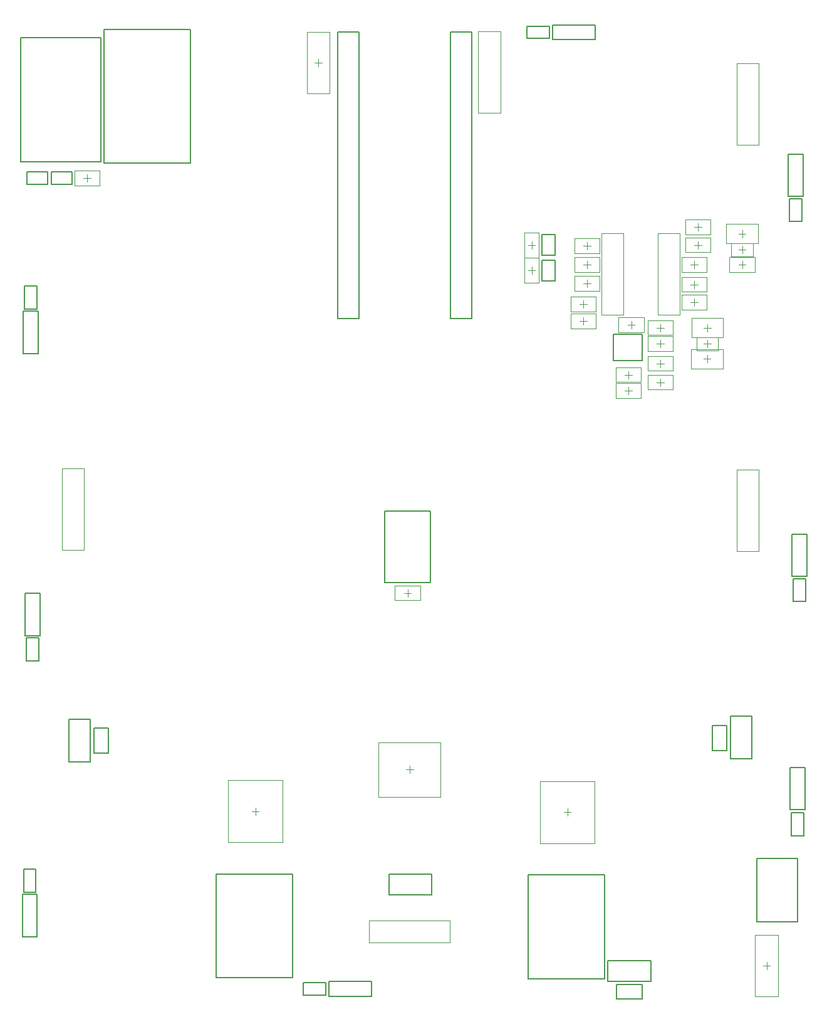
<source format=gbr>
G04*
G04 #@! TF.GenerationSoftware,Altium Limited,Altium Designer,22.4.2 (48)*
G04*
G04 Layer_Color=32768*
%FSLAX24Y24*%
%MOIN*%
G70*
G04*
G04 #@! TF.SameCoordinates,ED83B53D-03BE-4A71-8F10-75A6417481AF*
G04*
G04*
G04 #@! TF.FilePolarity,Positive*
G04*
G01*
G75*
%ADD13C,0.0079*%
%ADD68C,0.0039*%
%ADD69C,0.0020*%
D13*
X39822Y59906D02*
Y60694D01*
X37578D02*
X39822D01*
X37578Y59906D02*
Y60694D01*
Y59906D02*
X39822D01*
X37410Y59975D02*
Y60625D01*
X36190D02*
X37410D01*
X36190Y59975D02*
Y60625D01*
Y59975D02*
X37410D01*
X26135Y45086D02*
X27265D01*
Y60314D01*
X26135D02*
X27265D01*
X26135Y45086D02*
Y60314D01*
X32135Y45086D02*
X33265D01*
Y60314D01*
X32135D02*
X33265D01*
X32135Y45086D02*
Y60314D01*
X9475Y45590D02*
X10125D01*
Y46810D01*
X9475D02*
X10125D01*
X9475Y45590D02*
Y46810D01*
X9425Y14590D02*
X10075D01*
Y15810D01*
X9425D02*
X10075D01*
X9425Y14590D02*
Y15810D01*
X50375Y31260D02*
X51025D01*
X50375Y30040D02*
Y31260D01*
Y30040D02*
X51025D01*
Y31260D01*
X50275Y18810D02*
X50925D01*
X50275Y17590D02*
Y18810D01*
Y17590D02*
X50925D01*
Y18810D01*
X50175Y51460D02*
X50825D01*
X50175Y50240D02*
Y51460D01*
Y50240D02*
X50825D01*
Y51460D01*
X9575Y28110D02*
X10225D01*
X9575Y26890D02*
Y28110D01*
Y26890D02*
X10225D01*
Y28110D01*
X25510Y9125D02*
Y9775D01*
X24290D02*
X25510D01*
X24290Y9125D02*
Y9775D01*
Y9125D02*
X25510D01*
X50306Y33622D02*
X51094D01*
X50306Y31378D02*
Y33622D01*
Y31378D02*
X51094D01*
Y33622D01*
X27922Y9056D02*
Y9844D01*
X25678D02*
X27922D01*
X25678Y9056D02*
Y9844D01*
Y9056D02*
X27922D01*
X50206Y21222D02*
X50994D01*
X50206Y18978D02*
Y21222D01*
Y18978D02*
X50994D01*
Y21222D01*
X50106Y53822D02*
X50894D01*
X50106Y51578D02*
Y53822D01*
Y51578D02*
X50894D01*
Y53822D01*
X9406Y43228D02*
X10194D01*
Y45472D01*
X9406D02*
X10194D01*
X9406Y43228D02*
Y45472D01*
X9506Y30472D02*
X10294D01*
X9506Y28228D02*
Y30472D01*
Y28228D02*
X10294D01*
Y30472D01*
X9356Y12228D02*
X10144D01*
Y14472D01*
X9356D02*
X10144D01*
X9356Y12228D02*
Y14472D01*
X48426Y13036D02*
X50592D01*
Y16383D01*
X48426D02*
X50592D01*
X48426Y13036D02*
Y16383D01*
X37015Y47099D02*
X37685D01*
Y48201D01*
X37015D02*
X37685D01*
X37015Y47099D02*
Y48201D01*
Y48449D02*
X37685D01*
Y49551D01*
X37015D02*
X37685D01*
X37015Y48449D02*
Y49551D01*
X40794Y42851D02*
Y44249D01*
Y42851D02*
X42330D01*
Y44249D01*
X40794D02*
X42330D01*
X9254Y53423D02*
Y60037D01*
Y53423D02*
X13546D01*
Y60037D01*
X9254D02*
X13546D01*
X13711Y53361D02*
Y60439D01*
Y53361D02*
X18289D01*
Y60439D01*
X13711D02*
X18289D01*
X12001Y52215D02*
Y52885D01*
X10899D02*
X12001D01*
X10899Y52215D02*
Y52885D01*
Y52215D02*
X12001D01*
X10701D02*
Y52885D01*
X9599D02*
X10701D01*
X9599Y52215D02*
Y52885D01*
Y52215D02*
X10701D01*
X28630Y31041D02*
X31070D01*
Y34859D01*
X28630D02*
X31070D01*
X28630Y31041D02*
Y34859D01*
X19661Y10046D02*
Y15564D01*
Y10046D02*
X23739D01*
Y15564D01*
X19661D02*
X23739D01*
X36261Y9996D02*
Y15514D01*
Y9996D02*
X40339D01*
Y15514D01*
X36261D02*
X40339D01*
X31138Y14441D02*
Y15559D01*
X28862D02*
X31138D01*
X28862Y14441D02*
Y15559D01*
Y14441D02*
X31138D01*
X47036Y23968D02*
X48154D01*
X47036Y21692D02*
Y23968D01*
Y21692D02*
X48154D01*
Y23968D01*
X42788Y9841D02*
Y10959D01*
X40512D02*
X42788D01*
X40512Y9841D02*
Y10959D01*
Y9841D02*
X42788D01*
X11841Y21512D02*
X12959D01*
Y23788D01*
X11841D02*
X12959D01*
X11841Y21512D02*
Y23788D01*
X46069Y22109D02*
X46821D01*
Y23451D01*
X46069D02*
X46821D01*
X46069Y22109D02*
Y23451D01*
X42321Y8924D02*
Y9676D01*
X40979D02*
X42321D01*
X40979Y8924D02*
Y9676D01*
Y8924D02*
X42321D01*
X13174Y21979D02*
X13926D01*
Y23321D01*
X13174D02*
X13926D01*
X13174Y21979D02*
Y23321D01*
D68*
X45587Y42950D02*
X45981D01*
X45784Y42753D02*
Y43147D01*
X45800Y43553D02*
Y43947D01*
X45603Y43750D02*
X45997D01*
X43103Y42700D02*
X43497D01*
X43300Y42503D02*
Y42897D01*
X43103Y41700D02*
X43497D01*
X43300Y41503D02*
Y41897D01*
X41403Y41250D02*
X41797D01*
X41600Y41053D02*
Y41447D01*
X41553Y44750D02*
X41947D01*
X41750Y44553D02*
Y44947D01*
X36450Y47453D02*
Y47847D01*
X36253Y47650D02*
X36647D01*
X44903Y46900D02*
X45297D01*
X45100Y46703D02*
Y47097D01*
X47453Y47950D02*
X47847D01*
X47650Y47753D02*
Y48147D01*
X44903Y47950D02*
X45297D01*
X45100Y47753D02*
Y48147D01*
X36450Y48803D02*
Y49197D01*
X36253Y49000D02*
X36647D01*
X45103D02*
X45497D01*
X45300Y48803D02*
Y49197D01*
X45603Y44600D02*
X45997D01*
X45800Y44403D02*
Y44797D01*
X47453Y49600D02*
X47847D01*
X47650Y49403D02*
Y49797D01*
X45103Y49950D02*
X45497D01*
X45300Y49753D02*
Y50147D01*
X39209Y48950D02*
X39602D01*
X39406Y48753D02*
Y49147D01*
X47650Y48553D02*
Y48947D01*
X47453Y48750D02*
X47847D01*
X43103Y43750D02*
X43497D01*
X43300Y43553D02*
Y43947D01*
X43103Y44600D02*
X43497D01*
X43300Y44403D02*
Y44797D01*
X44903Y45950D02*
X45297D01*
X45100Y45753D02*
Y46147D01*
X39203Y47950D02*
X39597D01*
X39400Y47753D02*
Y48147D01*
X39003Y44950D02*
X39397D01*
X39200Y44753D02*
Y45147D01*
X39003Y45850D02*
X39397D01*
X39200Y45653D02*
Y46047D01*
X39203Y46950D02*
X39597D01*
X39400Y46753D02*
Y47147D01*
X41403Y42100D02*
X41797D01*
X41600Y41903D02*
Y42297D01*
X12603Y52550D02*
X12997D01*
X12800Y52353D02*
Y52747D01*
X29653Y30500D02*
X30047D01*
X29850Y30303D02*
Y30697D01*
D69*
X29961Y20914D02*
Y21307D01*
X29764Y21111D02*
X30158D01*
X28307Y19654D02*
Y22567D01*
Y19654D02*
X31615D01*
Y22567D01*
X28307D02*
X31615D01*
X47361Y58663D02*
X48539D01*
Y54337D02*
Y58663D01*
X47361Y54337D02*
X48539D01*
X47361D02*
Y58663D01*
X32113Y11911D02*
Y13089D01*
X27787Y11911D02*
X32113D01*
X27787D02*
Y13089D01*
X32113D01*
X43161Y45287D02*
X44339D01*
X43161D02*
Y49613D01*
X44339D01*
Y45287D02*
Y49613D01*
X40161Y45287D02*
X41339D01*
X40161D02*
Y49613D01*
X41339D01*
Y45287D02*
Y49613D01*
X44937Y42438D02*
Y43462D01*
X46630Y42438D02*
Y43462D01*
X44937D02*
X46630D01*
X44937Y42438D02*
X46630D01*
X45229Y43396D02*
X46371D01*
X45229Y44104D02*
X46371D01*
Y43396D02*
Y44104D01*
X45229Y43396D02*
Y44104D01*
X43969Y42306D02*
Y43094D01*
X42631Y42306D02*
Y43094D01*
Y42306D02*
X43969D01*
X42631Y43094D02*
X43969D01*
Y41306D02*
Y42094D01*
X42631Y41306D02*
Y42094D01*
Y41306D02*
X43969D01*
X42631Y42094D02*
X43969D01*
X40931Y40856D02*
Y41644D01*
X42269Y40856D02*
Y41644D01*
X40931D02*
X42269D01*
X40931Y40856D02*
X42269D01*
X42419Y44356D02*
Y45144D01*
X41081Y44356D02*
Y45144D01*
Y44356D02*
X42419D01*
X41081Y45144D02*
X42419D01*
X36056Y46981D02*
X36844D01*
X36056Y48319D02*
X36844D01*
X36056Y46981D02*
Y48319D01*
X36844Y46981D02*
Y48319D01*
X44431Y46506D02*
Y47294D01*
X45769Y46506D02*
Y47294D01*
X44431D02*
X45769D01*
X44431Y46506D02*
X45769D01*
X48319Y47556D02*
Y48344D01*
X46981Y47556D02*
Y48344D01*
Y47556D02*
X48319D01*
X46981Y48344D02*
X48319D01*
X44431Y47556D02*
Y48344D01*
X45769Y47556D02*
Y48344D01*
X44431D02*
X45769D01*
X44431Y47556D02*
X45769D01*
X36056Y49669D02*
X36844D01*
X36056Y48331D02*
X36844D01*
Y49669D01*
X36056Y48331D02*
Y49669D01*
X44631Y48606D02*
Y49394D01*
X45969Y48606D02*
Y49394D01*
X44631D02*
X45969D01*
X44631Y48606D02*
X45969D01*
X46646Y44088D02*
Y45112D01*
X44954Y44088D02*
Y45112D01*
Y44088D02*
X46646D01*
X44954Y45112D02*
X46646D01*
X48496Y49088D02*
Y50112D01*
X46804Y49088D02*
Y50112D01*
Y49088D02*
X48496D01*
X46804Y50112D02*
X48496D01*
X44631Y49556D02*
Y50344D01*
X45969Y49556D02*
Y50344D01*
X44631D02*
X45969D01*
X44631Y49556D02*
X45969D01*
X38736Y48556D02*
Y49344D01*
X40075Y48556D02*
Y49344D01*
X38736D02*
X40075D01*
X38736Y48556D02*
X40075D01*
X47079Y48396D02*
X48221D01*
X47079Y49104D02*
X48221D01*
Y48396D02*
Y49104D01*
X47079Y48396D02*
Y49104D01*
X42631Y43356D02*
Y44144D01*
X43969Y43356D02*
Y44144D01*
X42631D02*
X43969D01*
X42631Y43356D02*
X43969D01*
X43969Y44206D02*
Y44994D01*
X42631Y44206D02*
Y44994D01*
Y44206D02*
X43969D01*
X42631Y44994D02*
X43969D01*
X44431Y45556D02*
Y46344D01*
X45769Y45556D02*
Y46344D01*
X44431D02*
X45769D01*
X44431Y45556D02*
X45769D01*
X38731Y47556D02*
Y48344D01*
X40069Y47556D02*
Y48344D01*
X38731D02*
X40069D01*
X38731Y47556D02*
X40069D01*
X38531Y44556D02*
Y45344D01*
X39869Y44556D02*
Y45344D01*
X38531D02*
X39869D01*
X38531Y44556D02*
X39869D01*
X38531Y45456D02*
Y46244D01*
X39869Y45456D02*
Y46244D01*
X38531D02*
X39869D01*
X38531Y45456D02*
X39869D01*
X38731Y46556D02*
Y47344D01*
X40069Y46556D02*
Y47344D01*
X38731D02*
X40069D01*
X38731Y46556D02*
X40069D01*
X42269Y41706D02*
Y42494D01*
X40931Y41706D02*
Y42494D01*
Y41706D02*
X42269D01*
X40931Y42494D02*
X42269D01*
X12131Y52156D02*
Y52944D01*
X13469Y52156D02*
Y52944D01*
X12131D02*
X13469D01*
X12131Y52156D02*
X13469D01*
X30519Y30106D02*
Y30894D01*
X29181Y30106D02*
Y30894D01*
Y30106D02*
X30519D01*
X29181Y30894D02*
X30519D01*
X38153Y18850D02*
X38547D01*
X38350Y18653D02*
Y19047D01*
X36893Y17196D02*
X39807D01*
Y20504D01*
X36893D02*
X39807D01*
X36893Y17196D02*
Y20504D01*
X21553Y18900D02*
X21947D01*
X21750Y18703D02*
Y19097D01*
X20293Y20554D02*
X23207D01*
X20293Y17246D02*
Y20554D01*
Y17246D02*
X23207D01*
Y20554D01*
X33611Y56037D02*
X34789D01*
X33611D02*
Y60363D01*
X34789D01*
Y56037D02*
Y60363D01*
X11461Y32787D02*
X12639D01*
X11461D02*
Y37113D01*
X12639D01*
Y32787D02*
Y37113D01*
X47361Y37063D02*
X48539D01*
Y32737D02*
Y37063D01*
X47361Y32737D02*
X48539D01*
X47361D02*
Y37063D01*
X48950Y10503D02*
Y10897D01*
X48753Y10700D02*
X49147D01*
X48342Y9062D02*
Y12338D01*
X49558D01*
Y9062D02*
Y12338D01*
X48342Y9062D02*
X49558D01*
X25100Y58503D02*
Y58897D01*
X24903Y58700D02*
X25297D01*
X24492Y57062D02*
Y60338D01*
X25708D01*
Y57062D02*
Y60338D01*
X24492Y57062D02*
X25708D01*
M02*

</source>
